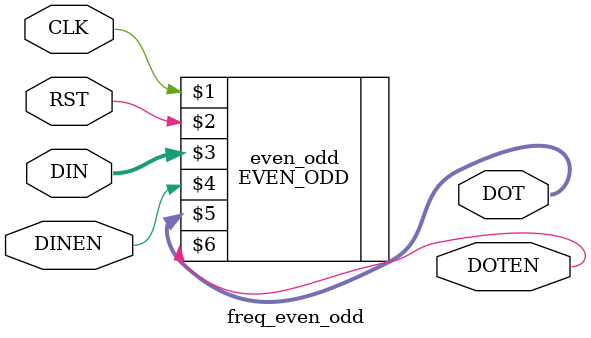
<source format=v>

`default_nettype none

`define P_LOG              (4)
`define FLOAT           ("no")
`define SIGNED          ("no")
`define PAYW              (32)
`define KEYW              (32)

`define DATW     (`PAYW+`KEYW)

module freq_even_odd(input  wire                       CLK,
                     input  wire                       RST,
                     input  wire [(`DATW<<`P_LOG)-1:0] DIN,
                     input  wire                       DINEN,
                     output wire [(`DATW<<`P_LOG)-1:0] DOT,
                     output wire                       DOTEN);

  EVEN_ODD #(
             `P_LOG,
             `FLOAT,
             `SIGNED,
             `DATW,
             `KEYW
             )
  even_odd(
           CLK,
           RST,
           DIN,
           DINEN,
           DOT,
           DOTEN
           );

endmodule

`default_nettype wire

</source>
